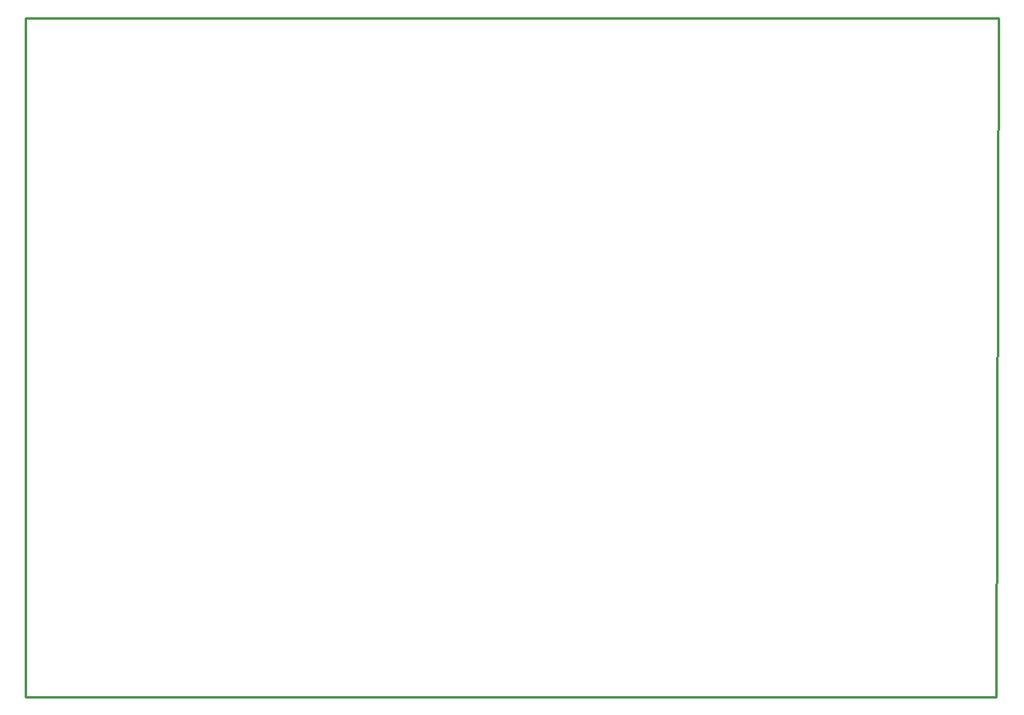
<source format=gbr>
G04 EAGLE Gerber RS-274X export*
G75*
%MOMM*%
%FSLAX34Y34*%
%LPD*%
%IN*%
%IPPOS*%
%AMOC8*
5,1,8,0,0,1.08239X$1,22.5*%
G01*
G04 Define Apertures*
%ADD10C,0.254000*%
D10*
X730Y1596D02*
X1000730Y1596D01*
X1002775Y701596D01*
X730Y701596D01*
X730Y1596D01*
M02*

</source>
